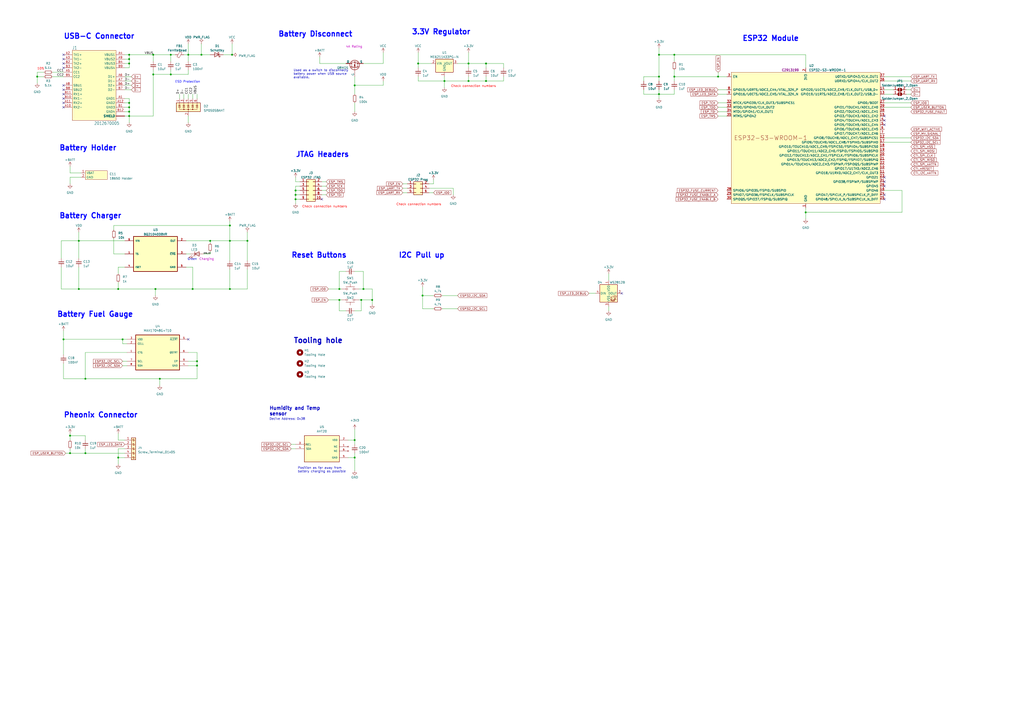
<source format=kicad_sch>
(kicad_sch (version 20230121) (generator eeschema)
  (paper "A2")
  (junction (at 114.3 209.55))
  (junction (at 21.59 44.45))
  (junction (at 88.9 43.18))
  (junction (at 36.83 196.85))
  (junction (at 209.55 173.99))
  (junction (at 281.94 36.83))
  (junction (at 281.94 46.99))
  (junction (at 111.76 167.64))
  (junction (at 68.58 167.64))
  (junction (at 205.74 265.43))
  (junction (at 416.56 44.45))
  (junction (at 49.53 262.89))
  (junction (at 74.93 34.29))
  (junction (at 116.84 31.75))
  (junction (at 40.64 252.73))
  (junction (at 391.16 44.45))
  (junction (at 133.35 139.7))
  (junction (at 134.62 31.75))
  (junction (at 133.35 130.81))
  (junction (at 271.78 36.83))
  (junction (at 49.53 219.71))
  (junction (at 171.45 113.03))
  (junction (at 40.64 262.89))
  (junction (at 196.85 167.64))
  (junction (at 99.06 31.75))
  (junction (at 171.45 110.49))
  (junction (at 114.3 212.09))
  (junction (at 382.27 44.45))
  (junction (at 245.11 171.45))
  (junction (at 68.58 265.43))
  (junction (at 196.85 173.99))
  (junction (at 467.36 123.19))
  (junction (at 257.81 46.99))
  (junction (at 74.93 62.23))
  (junction (at 382.27 31.75))
  (junction (at 205.74 49.53))
  (junction (at 271.78 46.99))
  (junction (at 133.35 167.64))
  (junction (at 74.93 31.75))
  (junction (at 71.12 196.85))
  (junction (at 391.16 31.75))
  (junction (at 74.93 59.69))
  (junction (at 74.93 64.77))
  (junction (at 382.27 54.61))
  (junction (at 74.93 36.83))
  (junction (at 121.92 139.7))
  (junction (at 88.9 31.75))
  (junction (at 45.72 139.7))
  (junction (at 74.93 67.31))
  (junction (at 143.51 139.7))
  (junction (at 205.74 255.27))
  (junction (at 210.82 167.64))
  (junction (at 215.9 173.99))
  (junction (at 171.45 115.57))
  (junction (at 99.06 43.18))
  (junction (at 242.57 36.83))
  (junction (at 90.17 167.64))
  (junction (at 92.71 219.71))
  (junction (at 109.22 31.75))
  (junction (at 45.72 167.64))
  (no_connect (at 36.83 34.29))
  (no_connect (at 36.83 39.37))
  (no_connect (at 513.08 113.03))
  (no_connect (at 36.83 52.07))
  (no_connect (at 36.83 36.83))
  (no_connect (at 36.83 57.15))
  (no_connect (at 186.69 115.57))
  (no_connect (at 513.08 69.85))
  (no_connect (at 36.83 59.69))
  (no_connect (at 513.08 72.39))
  (no_connect (at 36.83 54.61))
  (no_connect (at 513.08 105.41))
  (no_connect (at 513.08 115.57))
  (no_connect (at 36.83 31.75))
  (no_connect (at 513.08 67.31))
  (no_connect (at 360.68 170.18))
  (no_connect (at 36.83 62.23))
  (no_connect (at 36.83 49.53))
  (no_connect (at 513.08 102.87))
  (no_connect (at 109.22 196.85))
  (no_connect (at 513.08 107.95))
  (wire (pts (xy 190.5 167.64) (xy 196.85 167.64)))
  (wire (pts (xy 109.22 204.47) (xy 114.3 204.47)))
  (wire (pts (xy 49.53 252.73) (xy 40.64 252.73)))
  (wire (pts (xy 72.39 36.83) (xy 74.93 36.83)))
  (wire (pts (xy 523.24 123.19) (xy 467.36 123.19)))
  (wire (pts (xy 99.06 31.75) (xy 99.06 35.56)))
  (wire (pts (xy 68.58 158.75) (xy 68.58 154.94)))
  (wire (pts (xy 45.72 139.7) (xy 72.39 139.7)))
  (wire (pts (xy 171.45 105.41) (xy 173.99 105.41)))
  (wire (pts (xy 205.74 49.53) (xy 205.74 54.61)))
  (wire (pts (xy 35.56 167.64) (xy 45.72 167.64)))
  (wire (pts (xy 74.93 67.31) (xy 74.93 71.12)))
  (wire (pts (xy 205.74 262.89) (xy 205.74 265.43)))
  (wire (pts (xy 72.39 59.69) (xy 74.93 59.69)))
  (wire (pts (xy 107.95 139.7) (xy 121.92 139.7)))
  (wire (pts (xy 201.93 265.43) (xy 205.74 265.43)))
  (wire (pts (xy 513.08 59.69) (xy 528.32 59.69)))
  (wire (pts (xy 281.94 39.37) (xy 281.94 36.83)))
  (wire (pts (xy 209.55 180.34) (xy 209.55 173.99)))
  (wire (pts (xy 185.42 36.83) (xy 200.66 36.83)))
  (wire (pts (xy 245.11 179.07) (xy 245.11 171.45)))
  (wire (pts (xy 222.25 49.53) (xy 205.74 49.53)))
  (wire (pts (xy 196.85 180.34) (xy 196.85 173.99)))
  (wire (pts (xy 74.93 57.15) (xy 74.93 59.69)))
  (wire (pts (xy 222.25 36.83) (xy 222.25 30.48)))
  (wire (pts (xy 168.91 260.35) (xy 171.45 260.35)))
  (wire (pts (xy 513.08 82.55) (xy 528.32 82.55)))
  (wire (pts (xy 121.92 147.32) (xy 121.92 146.05)))
  (wire (pts (xy 208.28 173.99) (xy 209.55 173.99)))
  (wire (pts (xy 74.93 64.77) (xy 74.93 67.31)))
  (wire (pts (xy 133.35 128.27) (xy 133.35 130.81)))
  (wire (pts (xy 68.58 154.94) (xy 72.39 154.94)))
  (wire (pts (xy 49.53 262.89) (xy 72.39 262.89)))
  (wire (pts (xy 88.9 43.18) (xy 99.06 43.18)))
  (wire (pts (xy 353.06 158.75) (xy 353.06 162.56)))
  (wire (pts (xy 292.1 39.37) (xy 292.1 36.83)))
  (wire (pts (xy 30.48 41.91) (xy 36.83 41.91)))
  (wire (pts (xy 74.93 62.23) (xy 74.93 64.77)))
  (wire (pts (xy 68.58 265.43) (xy 68.58 269.24)))
  (wire (pts (xy 196.85 173.99) (xy 198.12 173.99)))
  (wire (pts (xy 49.53 255.27) (xy 49.53 252.73)))
  (wire (pts (xy 271.78 44.45) (xy 271.78 46.99)))
  (wire (pts (xy 109.22 212.09) (xy 114.3 212.09)))
  (wire (pts (xy 205.74 248.92) (xy 205.74 255.27)))
  (wire (pts (xy 72.39 260.35) (xy 68.58 260.35)))
  (wire (pts (xy 373.38 52.07) (xy 373.38 54.61)))
  (wire (pts (xy 391.16 35.56) (xy 391.16 31.75)))
  (wire (pts (xy 143.51 139.7) (xy 133.35 139.7)))
  (wire (pts (xy 72.39 39.37) (xy 74.93 39.37)))
  (wire (pts (xy 114.3 212.09) (xy 114.3 219.71)))
  (wire (pts (xy 467.36 123.19) (xy 467.36 127)))
  (wire (pts (xy 373.38 54.61) (xy 382.27 54.61)))
  (wire (pts (xy 114.3 219.71) (xy 92.71 219.71)))
  (wire (pts (xy 114.3 54.61) (xy 114.3 57.15)))
  (wire (pts (xy 143.51 167.64) (xy 133.35 167.64)))
  (wire (pts (xy 205.74 157.48) (xy 210.82 157.48)))
  (wire (pts (xy 262.89 113.03) (xy 262.89 109.22)))
  (wire (pts (xy 71.12 196.85) (xy 73.66 196.85)))
  (wire (pts (xy 72.39 67.31) (xy 74.93 67.31)))
  (wire (pts (xy 35.56 154.94) (xy 35.56 167.64)))
  (wire (pts (xy 271.78 36.83) (xy 271.78 39.37)))
  (wire (pts (xy 68.58 251.46) (xy 68.58 255.27)))
  (wire (pts (xy 66.04 147.32) (xy 72.39 147.32)))
  (wire (pts (xy 104.14 54.61) (xy 104.14 57.15)))
  (wire (pts (xy 49.53 219.71) (xy 92.71 219.71)))
  (wire (pts (xy 186.69 113.03) (xy 189.23 113.03)))
  (wire (pts (xy 245.11 166.37) (xy 245.11 171.45)))
  (wire (pts (xy 205.74 255.27) (xy 205.74 257.81)))
  (wire (pts (xy 36.83 196.85) (xy 36.83 191.77)))
  (wire (pts (xy 106.68 54.61) (xy 106.68 57.15)))
  (wire (pts (xy 72.39 31.75) (xy 74.93 31.75)))
  (wire (pts (xy 186.69 110.49) (xy 189.23 110.49)))
  (wire (pts (xy 391.16 54.61) (xy 382.27 54.61)))
  (wire (pts (xy 513.08 110.49) (xy 523.24 110.49)))
  (wire (pts (xy 116.84 25.4) (xy 116.84 31.75)))
  (wire (pts (xy 281.94 46.99) (xy 281.94 44.45)))
  (wire (pts (xy 200.66 157.48) (xy 196.85 157.48)))
  (wire (pts (xy 88.9 35.56) (xy 88.9 31.75)))
  (wire (pts (xy 416.56 54.61) (xy 421.64 54.61)))
  (wire (pts (xy 72.39 64.77) (xy 74.93 64.77)))
  (wire (pts (xy 72.39 46.99) (xy 76.2 46.99)))
  (wire (pts (xy 242.57 30.48) (xy 242.57 36.83)))
  (wire (pts (xy 116.84 31.75) (xy 121.92 31.75)))
  (wire (pts (xy 190.5 173.99) (xy 196.85 173.99)))
  (wire (pts (xy 99.06 40.64) (xy 99.06 43.18)))
  (wire (pts (xy 256.54 179.07) (xy 265.43 179.07)))
  (wire (pts (xy 257.81 46.99) (xy 257.81 50.8)))
  (wire (pts (xy 74.93 34.29) (xy 74.93 31.75)))
  (wire (pts (xy 292.1 46.99) (xy 292.1 44.45)))
  (wire (pts (xy 49.53 204.47) (xy 73.66 204.47)))
  (wire (pts (xy 467.36 31.75) (xy 391.16 31.75)))
  (wire (pts (xy 196.85 157.48) (xy 196.85 167.64)))
  (wire (pts (xy 71.12 199.39) (xy 71.12 196.85)))
  (wire (pts (xy 171.45 113.03) (xy 173.99 113.03)))
  (wire (pts (xy 171.45 105.41) (xy 171.45 102.87)))
  (wire (pts (xy 88.9 31.75) (xy 99.06 31.75)))
  (wire (pts (xy 242.57 46.99) (xy 257.81 46.99)))
  (wire (pts (xy 72.39 34.29) (xy 74.93 34.29)))
  (wire (pts (xy 21.59 44.45) (xy 25.4 44.45)))
  (wire (pts (xy 292.1 36.83) (xy 281.94 36.83)))
  (wire (pts (xy 40.64 262.89) (xy 49.53 262.89)))
  (wire (pts (xy 251.46 179.07) (xy 245.11 179.07)))
  (wire (pts (xy 30.48 44.45) (xy 36.83 44.45)))
  (wire (pts (xy 171.45 110.49) (xy 173.99 110.49)))
  (wire (pts (xy 121.92 140.97) (xy 121.92 139.7)))
  (wire (pts (xy 251.46 106.68) (xy 248.92 106.68)))
  (wire (pts (xy 205.74 44.45) (xy 205.74 49.53)))
  (wire (pts (xy 391.16 31.75) (xy 382.27 31.75)))
  (wire (pts (xy 513.08 54.61) (xy 518.16 54.61)))
  (wire (pts (xy 107.95 154.94) (xy 111.76 154.94)))
  (wire (pts (xy 281.94 46.99) (xy 292.1 46.99)))
  (wire (pts (xy 513.08 62.23) (xy 528.32 62.23)))
  (wire (pts (xy 200.66 180.34) (xy 196.85 180.34)))
  (wire (pts (xy 109.22 209.55) (xy 114.3 209.55)))
  (wire (pts (xy 271.78 30.48) (xy 271.78 36.83)))
  (wire (pts (xy 90.17 167.64) (xy 111.76 167.64)))
  (wire (pts (xy 382.27 31.75) (xy 382.27 44.45)))
  (wire (pts (xy 341.63 170.18) (xy 345.44 170.18)))
  (wire (pts (xy 133.35 130.81) (xy 133.35 139.7)))
  (wire (pts (xy 467.36 120.65) (xy 467.36 123.19)))
  (wire (pts (xy 391.16 46.99) (xy 391.16 44.45)))
  (wire (pts (xy 416.56 59.69) (xy 421.64 59.69)))
  (wire (pts (xy 99.06 31.75) (xy 101.6 31.75)))
  (wire (pts (xy 271.78 36.83) (xy 265.43 36.83)))
  (wire (pts (xy 222.25 46.99) (xy 222.25 49.53)))
  (wire (pts (xy 382.27 52.07) (xy 382.27 54.61)))
  (wire (pts (xy 523.24 110.49) (xy 523.24 123.19)))
  (wire (pts (xy 21.59 44.45) (xy 21.59 48.26)))
  (wire (pts (xy 416.56 44.45) (xy 421.64 44.45)))
  (wire (pts (xy 74.93 36.83) (xy 74.93 34.29)))
  (wire (pts (xy 40.64 260.35) (xy 40.64 262.89)))
  (wire (pts (xy 36.83 219.71) (xy 36.83 210.82)))
  (wire (pts (xy 373.38 44.45) (xy 373.38 46.99)))
  (wire (pts (xy 40.64 102.87) (xy 46.99 102.87)))
  (wire (pts (xy 271.78 46.99) (xy 281.94 46.99)))
  (wire (pts (xy 242.57 36.83) (xy 242.57 39.37)))
  (wire (pts (xy 513.08 52.07) (xy 518.16 52.07)))
  (wire (pts (xy 171.45 115.57) (xy 173.99 115.57)))
  (wire (pts (xy 525.78 54.61) (xy 528.32 54.61)))
  (wire (pts (xy 109.22 67.31) (xy 109.22 71.12)))
  (wire (pts (xy 109.22 54.61) (xy 109.22 57.15)))
  (wire (pts (xy 111.76 154.94) (xy 111.76 167.64)))
  (wire (pts (xy 210.82 36.83) (xy 222.25 36.83)))
  (wire (pts (xy 72.39 44.45) (xy 76.2 44.45)))
  (wire (pts (xy 133.35 167.64) (xy 111.76 167.64)))
  (wire (pts (xy 88.9 40.64) (xy 88.9 43.18)))
  (wire (pts (xy 71.12 212.09) (xy 73.66 212.09)))
  (wire (pts (xy 68.58 260.35) (xy 68.58 265.43)))
  (wire (pts (xy 382.27 31.75) (xy 382.27 27.94)))
  (wire (pts (xy 72.39 49.53) (xy 76.2 49.53)))
  (wire (pts (xy 186.69 105.41) (xy 189.23 105.41)))
  (wire (pts (xy 242.57 36.83) (xy 250.19 36.83)))
  (wire (pts (xy 35.56 139.7) (xy 45.72 139.7)))
  (wire (pts (xy 168.91 257.81) (xy 171.45 257.81)))
  (wire (pts (xy 513.08 46.99) (xy 528.32 46.99)))
  (wire (pts (xy 68.58 163.83) (xy 68.58 167.64)))
  (wire (pts (xy 233.68 111.76) (xy 236.22 111.76)))
  (wire (pts (xy 66.04 147.32) (xy 66.04 138.43)))
  (wire (pts (xy 467.36 31.75) (xy 467.36 39.37)))
  (wire (pts (xy 40.64 96.52) (xy 40.64 100.33)))
  (wire (pts (xy 215.9 173.99) (xy 215.9 176.53)))
  (wire (pts (xy 129.54 31.75) (xy 134.62 31.75)))
  (wire (pts (xy 36.83 196.85) (xy 71.12 196.85)))
  (wire (pts (xy 121.92 139.7) (xy 133.35 139.7)))
  (wire (pts (xy 196.85 167.64) (xy 198.12 167.64)))
  (wire (pts (xy 72.39 57.15) (xy 74.93 57.15)))
  (wire (pts (xy 382.27 54.61) (xy 382.27 57.15)))
  (wire (pts (xy 38.1 262.89) (xy 40.64 262.89)))
  (wire (pts (xy 233.68 109.22) (xy 236.22 109.22)))
  (wire (pts (xy 21.59 41.91) (xy 21.59 44.45)))
  (wire (pts (xy 171.45 115.57) (xy 171.45 113.03)))
  (wire (pts (xy 74.93 67.31) (xy 88.9 67.31)))
  (wire (pts (xy 106.68 31.75) (xy 109.22 31.75)))
  (wire (pts (xy 109.22 31.75) (xy 116.84 31.75)))
  (wire (pts (xy 205.74 59.69) (xy 205.74 64.77)))
  (wire (pts (xy 49.53 260.35) (xy 49.53 262.89)))
  (wire (pts (xy 233.68 106.68) (xy 236.22 106.68)))
  (wire (pts (xy 185.42 33.02) (xy 185.42 36.83)))
  (wire (pts (xy 68.58 255.27) (xy 72.39 255.27)))
  (wire (pts (xy 72.39 62.23) (xy 74.93 62.23)))
  (wire (pts (xy 416.56 62.23) (xy 421.64 62.23)))
  (wire (pts (xy 40.64 251.46) (xy 40.64 252.73)))
  (wire (pts (xy 251.46 104.14) (xy 251.46 106.68)))
  (wire (pts (xy 74.93 39.37) (xy 74.93 36.83)))
  (wire (pts (xy 513.08 80.01) (xy 528.32 80.01)))
  (wire (pts (xy 35.56 149.86) (xy 35.56 139.7)))
  (wire (pts (xy 173.99 107.95) (xy 171.45 107.95)))
  (wire (pts (xy 143.51 134.62) (xy 143.51 139.7)))
  (wire (pts (xy 143.51 151.13) (xy 143.51 139.7)))
  (wire (pts (xy 133.35 139.7) (xy 133.35 151.13)))
  (wire (pts (xy 92.71 223.52) (xy 92.71 219.71)))
  (wire (pts (xy 201.93 255.27) (xy 205.74 255.27)))
  (wire (pts (xy 242.57 46.99) (xy 242.57 44.45)))
  (wire (pts (xy 171.45 107.95) (xy 171.45 110.49)))
  (wire (pts (xy 90.17 167.64) (xy 90.17 171.45)))
  (wire (pts (xy 74.93 59.69) (xy 74.93 62.23)))
  (wire (pts (xy 45.72 167.64) (xy 68.58 167.64)))
  (wire (pts (xy 109.22 31.75) (xy 109.22 25.4)))
  (wire (pts (xy 99.06 43.18) (xy 109.22 43.18)))
  (wire (pts (xy 25.4 41.91) (xy 21.59 41.91)))
  (wire (pts (xy 245.11 171.45) (xy 251.46 171.45)))
  (wire (pts (xy 416.56 64.77) (xy 421.64 64.77)))
  (wire (pts (xy 391.16 44.45) (xy 416.56 44.45)))
  (wire (pts (xy 109.22 31.75) (xy 109.22 35.56)))
  (wire (pts (xy 205.74 265.43) (xy 205.74 273.05)))
  (wire (pts (xy 281.94 36.83) (xy 271.78 36.83)))
  (wire (pts (xy 36.83 196.85) (xy 36.83 205.74)))
  (wire (pts (xy 215.9 167.64) (xy 215.9 173.99)))
  (wire (pts (xy 72.39 265.43) (xy 68.58 265.43)))
  (wire (pts (xy 68.58 167.64) (xy 90.17 167.64)))
  (wire (pts (xy 66.04 130.81) (xy 133.35 130.81)))
  (wire (pts (xy 210.82 157.48) (xy 210.82 167.64)))
  (wire (pts (xy 111.76 54.61) (xy 111.76 57.15)))
  (wire (pts (xy 73.66 199.39) (xy 71.12 199.39)))
  (wire (pts (xy 118.11 147.32) (xy 121.92 147.32)))
  (wire (pts (xy 171.45 113.03) (xy 171.45 110.49)))
  (wire (pts (xy 74.93 31.75) (xy 88.9 31.75)))
  (wire (pts (xy 391.16 40.64) (xy 391.16 44.45)))
  (wire (pts (xy 353.06 177.8) (xy 353.06 180.34)))
  (wire (pts (xy 36.83 219.71) (xy 49.53 219.71)))
  (wire (pts (xy 373.38 44.45) (xy 382.27 44.45)))
  (wire (pts (xy 40.64 106.68) (xy 40.64 102.87)))
  (wire (pts (xy 71.12 209.55) (xy 73.66 209.55)))
  (wire (pts (xy 208.28 167.64) (xy 210.82 167.64)))
  (wire (pts (xy 72.39 52.07) (xy 76.2 52.07)))
  (wire (pts (xy 513.08 44.45) (xy 528.32 44.45)))
  (wire (pts (xy 107.95 147.32) (xy 110.49 147.32)))
  (wire (pts (xy 40.64 100.33) (xy 46.99 100.33)))
  (wire (pts (xy 391.16 52.07) (xy 391.16 54.61)))
  (wire (pts (xy 171.45 118.11) (xy 171.45 115.57)))
  (wire (pts (xy 525.78 52.07) (xy 528.32 52.07)))
  (wire (pts (xy 416.56 67.31) (xy 421.64 67.31)))
  (wire (pts (xy 134.62 31.75) (xy 134.62 25.4)))
  (wire (pts (xy 382.27 44.45) (xy 382.27 46.99)))
  (wire (pts (xy 133.35 156.21) (xy 133.35 167.64)))
  (wire (pts (xy 114.3 204.47) (xy 114.3 209.55)))
  (wire (pts (xy 45.72 154.94) (xy 45.72 167.64)))
  (wire (pts (xy 262.89 109.22) (xy 248.92 109.22)))
  (wire (pts (xy 109.22 43.18) (xy 109.22 40.64)))
  (wire (pts (xy 416.56 52.07) (xy 421.64 52.07)))
  (wire (pts (xy 40.64 252.73) (xy 40.64 255.27)))
  (wire (pts (xy 205.74 180.34) (xy 209.55 180.34)))
  (wire (pts (xy 45.72 134.62) (xy 45.72 139.7)))
  (wire (pts (xy 66.04 133.35) (xy 66.04 130.81)))
  (wire (pts (xy 186.69 107.95) (xy 189.23 107.95)))
  (wire (pts (xy 143.51 156.21) (xy 143.51 167.64)))
  (wire (pts (xy 257.81 44.45) (xy 257.81 46.99)))
  (wire (pts (xy 88.9 67.31) (xy 88.9 43.18)))
  (wire (pts (xy 114.3 209.55) (xy 114.3 212.09)))
  (wire (pts (xy 49.53 204.47) (xy 49.53 219.71)))
  (wire (pts (xy 45.72 139.7) (xy 45.72 149.86)))
  (wire (pts (xy 210.82 167.64) (xy 215.9 167.64)))
  (wire (pts (xy 209.55 173.99) (xy 215.9 173.99)))
  (wire (pts (xy 256.54 171.45) (xy 265.43 171.45)))
  (wire (pts (xy 416.56 41.91) (xy 416.56 44.45)))
  (wire (pts (xy 248.92 111.76) (xy 251.46 111.76)))
  (wire (pts (xy 271.78 46.99) (xy 257.81 46.99)))
  (text "Used as a switch to disconnecty\nbattery power when USB source\navailable." (at 170.18 45.72 0) (effects (font (size 1.27 1.27)) (justify left bottom)))
  (text "Battery Holder" (at 34.29 87.63 0) (effects (font (size 3 3) bold) (justify left bottom)))
  (text "Position as far away from \nbattery charging as possible" (at 172.72 274.32 0) (effects (font (size 1.27 1.27)) (justify left bottom)))
  (text "Green" (at 114.3 151.13 0) (effects (font (size 1.27 1.27)) (justify right bottom)))
  (text "USB-C Connector" (at 36.83 22.86 0) (effects (font (size 3 3) bold) (justify left bottom)))
  (text "JTAG Headers" (at 171.45 91.44 0) (effects (font (size 3 3) bold) (justify left bottom)))
  (text "Charging\n" (at 115.57 151.13 0) (effects (font (size 1.27 1.27)) (justify left bottom)))
  (text "I2C Pull up" (at 231.14 149.86 0) (effects (font (size 3 3) bold) (justify left bottom)))
  (text "Reset Buttons" (at 168.91 149.86 0) (effects (font (size 3 3) bold) (justify left bottom)))
  (text "Battery Fuel Gauge" (at 33.02 184.15 0) (effects (font (size 3 3) (thickness 0.6) bold) (justify left bottom)))
  (text "Tooling hole" (at 170.18 199.39 0) (effects (font (size 3 3) (thickness 0.6) bold) (justify left bottom)))
  (text "Battery Disconnect" (at 161.29 21.59 0) (effects (font (size 3 3) bold) (justify left bottom)))
  (text "4A Rating" (at 200.66 27.94 0) (effects (font (size 1.27 1.27)) (justify left bottom)))
  (text "Decive Address: 0x38" (at 156.21 243.84 0) (effects (font (size 1.27 1.27)) (justify left bottom)))
  (text "Pheonix Connector" (at 36.83 242.57 0) (effects (font (size 3 3) bold) (justify left bottom)))
  (text "ESD Protection" (at 101.6 48.26 0) (effects (font (size 1.27 1.27)) (justify left bottom)))
  (text "Check connection numbers" (at 229.87 119.38 0) (effects (font (size 1.27 1.27)) (justify left bottom)))
  (text "Battery Charger" (at 34.29 127 0) (effects (font (size 3 3) bold) (justify left bottom)))
  (text "Humidity and Temp\nsensor" (at 156.21 241.3 0) (effects (font (size 2 2) (thickness 0.4) bold) (justify left bottom)))
  (text "Check connection numbers" (at 175.26 120.65 0) (effects (font (size 1.27 1.27)) (justify left bottom)))
  (text "ESP32 Module" (at 430.53 24.13 0) (effects (font (size 3 3) (thickness 0.6) bold) (justify left bottom)))
  (text "10%" (at 21.59 40.64 0) (effects (font (size 1.27 1.27)) (justify left bottom)))
  (text "Check connection numbers" (at 261.62 50.8 0) (effects (font (size 1.27 1.27)) (justify left bottom)))
  (text "3.3V Regulator" (at 238.76 20.32 0) (effects (font (size 3 3) bold) (justify left bottom)))
  (label "CHG_LED" (at 118.11 147.32 0) (effects (font (size 0.6 0.6))))
  (label "VBUS" (at 114.3 54.61 90))
  (label "CC2" (at 111.76 54.61 90))
  (label "VBUS" (at 83.82 31.75 0))
  (label "CC1" (at 33.02 41.91 0))
  (label "D-" (at 72.39 46.99 0))
  (label "D+" (at 72.39 49.53 0))
  (label "D+" (at 72.39 44.45 0))
  (label "D-" (at 106.68 54.61 90))
  (label "CC2" (at 33.02 44.45 0))
  (label "CC1" (at 109.22 54.61 90))
  (label "D+" (at 104.14 54.61 90))
  (label "D-" (at 72.39 52.07 0))
  (global_label "ESP_LED_DATA" (shape input) (at 416.56 54.61 180) (property "Intersheetrefs" "${INTERSHEET_REFS}" (effects hide)))
  (global_label "ESP32_I2C_SDA" (shape input) (at 168.91 260.35 180) (property "Intersheetrefs" "${INTERSHEET_REFS}" (effects hide)))
  (global_label "D-" (shape input) (at 76.2 46.99 0) (property "Intersheetrefs" "${INTERSHEET_REFS}" (effects hide)))
  (global_label "CTI_SPI_MISO" (shape input) (at 528.32 92.71 0) (property "Intersheetrefs" "${INTERSHEET_REFS}" (effects hide)))
  (global_label "ESP32_FUSE_ENABLE_B" (shape input) (at 416.56 115.57 180) (property "Intersheetrefs" "${INTERSHEET_REFS}" (effects hide)))
  (global_label "ESP_USER_BUTTON" (shape input) (at 528.32 62.23 0) (property "Intersheetrefs" "${INTERSHEET_REFS}" (effects hide)))
  (global_label "ESP_TCK" (shape input) (at 189.23 107.95 0) (property "Intersheetrefs" "${INTERSHEET_REFS}" (effects hide)))
  (global_label "ESP_LED_DEBUG" (shape input) (at 416.56 52.07 180) (property "Intersheetrefs" "${INTERSHEET_REFS}" (effects hide)))
  (global_label "ESP_UART_RX" (shape input) (at 233.68 111.76 180) (property "Intersheetrefs" "${INTERSHEET_REFS}" (effects hide)))
  (global_label "D+" (shape input) (at 76.2 49.53 0) (property "Intersheetrefs" "${INTERSHEET_REFS}" (effects hide)))
  (global_label "ESP_WIFI_ACTIVE" (shape input) (at 528.32 74.93 0) (property "Intersheetrefs" "${INTERSHEET_REFS}" (effects hide)))
  (global_label "CTI_SPI_MOSI" (shape input) (at 528.32 87.63 0) (property "Intersheetrefs" "${INTERSHEET_REFS}" (effects hide)))
  (global_label "ESP_IO0" (shape input) (at 251.46 111.76 0) (property "Intersheetrefs" "${INTERSHEET_REFS}" (effects hide)))
  (global_label "D+" (shape input) (at 76.2 44.45 0) (property "Intersheetrefs" "${INTERSHEET_REFS}" (effects hide)))
  (global_label "ESP32_I2C_SDA" (shape input) (at 265.43 171.45 0) (property "Intersheetrefs" "${INTERSHEET_REFS}" (effects hide)))
  (global_label "ESP_UART_TX" (shape input) (at 528.32 44.45 0) (property "Intersheetrefs" "${INTERSHEET_REFS}" (effects hide)))
  (global_label "ESP_IO0" (shape input) (at 190.5 167.64 180) (property "Intersheetrefs" "${INTERSHEET_REFS}" (effects hide)))
  (global_label "CTI_SPI_CLK" (shape input) (at 528.32 90.17 0) (property "Intersheetrefs" "${INTERSHEET_REFS}" (effects hide)))
  (global_label "ESP_LED_DEBUG" (shape input) (at 341.63 170.18 180) (property "Intersheetrefs" "${INTERSHEET_REFS}" (effects hide)))
  (global_label "ESP_TDO" (shape input) (at 189.23 110.49 0) (property "Intersheetrefs" "${INTERSHEET_REFS}" (effects hide)))
  (global_label "ESP_LED_DATA" (shape input) (at 72.39 257.81 180) (property "Intersheetrefs" "${INTERSHEET_REFS}" (effects hide)))
  (global_label "ESP32_I2C_SCL" (shape input) (at 71.12 209.55 180) (property "Intersheetrefs" "${INTERSHEET_REFS}" (effects hide)))
  (global_label "ESP_EN" (shape input) (at 233.68 106.68 180) (property "Intersheetrefs" "${INTERSHEET_REFS}" (effects hide)))
  (global_label "ESP_TDI" (shape input) (at 189.23 113.03 0) (property "Intersheetrefs" "${INTERSHEET_REFS}" (effects hide)))
  (global_label "ESP32_I2C_SCL" (shape input) (at 265.43 179.07 0) (property "Intersheetrefs" "${INTERSHEET_REFS}" (effects hide)))
  (global_label "CTI_SPI_nATTN" (shape input) (at 528.32 95.25 0) (property "Intersheetrefs" "${INTERSHEET_REFS}" (effects hide)))
  (global_label "D-" (shape input) (at 76.2 52.07 0) (property "Intersheetrefs" "${INTERSHEET_REFS}" (effects hide)))
  (global_label "ESP32_I2C_SDA" (shape input) (at 71.12 212.09 180) (property "Intersheetrefs" "${INTERSHEET_REFS}" (effects hide)))
  (global_label "ESP32_FUSE_ENABLE_A" (shape input) (at 416.56 113.03 180) (property "Intersheetrefs" "${INTERSHEET_REFS}" (effects hide)))
  (global_label "ESP_IO0" (shape input) (at 528.32 59.69 0) (property "Intersheetrefs" "${INTERSHEET_REFS}" (effects hide)))
  (global_label "ESP32_FUSE_FAULT" (shape input) (at 528.32 64.77 0) (property "Intersheetrefs" "${INTERSHEET_REFS}" (effects hide)))
  (global_label "ESP_TMS" (shape input) (at 416.56 67.31 180) (property "Intersheetrefs" "${INTERSHEET_REFS}" (effects hide)))
  (global_label "CTI_SPI_nSS" (shape input) (at 528.32 85.09 0) (property "Intersheetrefs" "${INTERSHEET_REFS}" (effects hide)))
  (global_label "ESP_TDI" (shape input) (at 416.56 64.77 180) (property "Intersheetrefs" "${INTERSHEET_REFS}" (effects hide)))
  (global_label "ESP32_I2C_SCL" (shape input) (at 528.32 82.55 0) (property "Intersheetrefs" "${INTERSHEET_REFS}" (effects hide)))
  (global_label "D+" (shape input) (at 528.32 52.07 0) (property "Intersheetrefs" "${INTERSHEET_REFS}" (effects hide)))
  (global_label "ESP32_FUSE_CURRENT" (shape input) (at 416.56 110.49 180) (property "Intersheetrefs" "${INTERSHEET_REFS}" (effects hide)))
  (global_label "ESP32_I2C_SDA" (shape input) (at 528.32 80.01 0) (property "Intersheetrefs" "${INTERSHEET_REFS}" (effects hide)))
  (global_label "ESP_TMS" (shape input) (at 189.23 105.41 0) (property "Intersheetrefs" "${INTERSHEET_REFS}" (effects hide)))
  (global_label "ESP_UART_TX" (shape input) (at 233.68 109.22 180) (property "Intersheetrefs" "${INTERSHEET_REFS}" (effects hide)))
  (global_label "ESP_TDO" (shape input) (at 416.56 62.23 180) (property "Intersheetrefs" "${INTERSHEET_REFS}" (effects hide)))
  (global_label "ESP_EN" (shape input) (at 416.56 41.91 90) (property "Intersheetrefs" "${INTERSHEET_REFS}" (effects hide)))
  (global_label "ESP32_I2C_SCL" (shape input) (at 168.91 257.81 180) (property "Intersheetrefs" "${INTERSHEET_REFS}" (effects hide)))
  (global_label "D-" (shape input) (at 528.32 54.61 0) (property "Intersheetrefs" "${INTERSHEET_REFS}" (effects hide)))
  (global_label "ESP_MV_SIGNAL" (shape input) (at 528.32 77.47 0) (property "Intersheetrefs" "${INTERSHEET_REFS}" (effects hide)))
  (global_label "CTI_I2C_nATTN" (shape input) (at 528.32 100.33 0) (property "Intersheetrefs" "${INTERSHEET_REFS}" (effects hide)))
  (global_label "ESP_USER_BUTTON" (shape input) (at 38.1 262.89 180) (property "Intersheetrefs" "${INTERSHEET_REFS}" (effects hide)))
  (global_label "ESP_TCK" (shape input) (at 416.56 59.69 180) (property "Intersheetrefs" "${INTERSHEET_REFS}" (effects hide)))
  (global_label "ESP_EN" (shape input) (at 190.5 173.99 180) (property "Intersheetrefs" "${INTERSHEET_REFS}" (effects hide)))
  (global_label "CTI_nRESET" (shape input) (at 528.32 97.79 0) (property "Intersheetrefs" "${INTERSHEET_REFS}" (effects hide)))
  (global_label "ESP_UART_RX" (shape input) (at 528.32 46.99 0) (property "Intersheetrefs" "${INTERSHEET_REFS}" (effects hide)))
  (symbol (lib_id "power:+BATT") (at 68.58 251.46 0) (unit 1)
    (property "Reference" "#PWR033" (effects hide))
    (property "Value" "+BATT" (at 68.58 247.65 0))
  )
  (symbol (lib_id "power:VCC") (at 134.62 25.4 0) (unit 1)
    (property "Reference" "#PWR02" (effects hide))
    (property "Value" "VCC" (at 134.62 21.59 0))
  )
  (symbol (lib_id "Connector_Generic:Conn_02x03_Odd_Even") (at 241.3 109.22 0) (unit 1) (in_bom no)
    (property "Reference" "J2" (at 242.57 101.6 0))
    (property "Value" "ESP32 Prog" (at 242.57 104.14 0))
    (property "Footprint" "Connector:Tag-Connect_TC2030-IDC-NL_2x03_P1.27mm_Vertical" (effects hide))
  )
  (symbol (lib_id "Device:D_Schottky") (at 125.73 31.75 180) (unit 1)
    (property "Reference" "D1" (at 126.0475 26.67 0))
    (property "Value" "Schottky" (at 126.0475 29.21 0))
    (property "Footprint" "Diode_SMD:D_SMA" (effects hide))
    (property "LCSC" "C22452" (effects hide))
  )
  (symbol (lib_id "power:GND") (at 21.59 48.26 0) (unit 1)
    (property "Reference" "#PWR09" (effects hide))
    (property "Value" "GND" (at 21.59 53.34 0))
  )
  (symbol (lib_id "power:GND") (at 90.17 171.45 0) (unit 1)
    (property "Reference" "#PWR026" (effects hide))
    (property "Value" "GND" (at 90.17 176.53 0))
  )
  (symbol (lib_id "Device:C_Small") (at 203.2 180.34 270) (unit 1)
    (property "Reference" "C17" (at 203.2 185.42 90))
    (property "Value" "1uF" (at 203.2 182.88 90))
    (property "Footprint" "Capacitor_SMD:C_0402_1005Metric" (effects hide))
    (property "LCSC" "C52923" (effects hide))
  )
  (symbol (lib_id "power:VDD") (at 222.25 46.99 0) (unit 1)
    (property "Reference" "#PWR08" (effects hide))
    (property "Value" "VDD" (at 222.25 43.18 0))
  )
  (symbol (lib_id "Device:C_Small") (at 205.74 260.35 0) (unit 1)
    (property "Reference" "C20" (at 208.28 259.7213 0) (effects (justify left)))
    (property "Value" "100nF" (at 208.28 262.2613 0) (effects (justify left)))
    (property "Footprint" "Capacitor_SMD:C_0402_1005Metric" (effects hide))
    (property "LCSC" "C1525" (effects hide))
  )
  (symbol (lib_id "Jumper:SolderJumper_2_Open") (at 521.97 52.07 0) (unit 1)
    (property "Reference" "JP1" (at 521.97 46.99 0))
    (property "Value" "SolderJumper_2_Open" (at 521.97 49.53 0))
    (property "Footprint" "Jumper:SolderJumper-2_P1.3mm_Open_Pad1.0x1.5mm" (effects hide))
  )
  (symbol (lib_id "Device:C_Small") (at 49.53 257.81 180) (unit 1)
    (property "Reference" "C19" (at 52.07 257.1686 0) (effects (justify right)))
    (property "Value" "1uF" (at 52.07 259.7086 0) (effects (justify right)))
    (property "Footprint" "Capacitor_SMD:C_0402_1005Metric" (effects hide))
    (property "LCSC" "C52923" (effects hide))
  )
  (symbol (lib_id "power:+3.3V") (at 382.27 27.94 0) (unit 1)
    (property "Reference" "#PWR03" (effects hide))
    (property "Value" "+3.3V" (at 382.27 24.13 0))
  )
  (symbol (lib_id "Device:C_Small") (at 382.27 49.53 180) (unit 1)
    (property "Reference" "C9" (at 384.81 48.8886 0) (effects (justify right)))
    (property "Value" "1uF" (at 384.81 51.4286 0) (effects (justify right)))
    (property "Footprint" "Capacitor_SMD:C_0402_1005Metric" (effects hide))
    (property "LCSC" "C52923" (effects hide))
  )
  (symbol (lib_id "Device:C_Small") (at 373.38 49.53 0) (unit 1)
    (property "Reference" "C8" (at 375.92 48.9013 0) (effects (justify left)))
    (property "Value" "10uF" (at 375.92 51.4413 0) (effects (justify left)))
    (property "Footprint" "Capacitor_SMD:C_0603_1608Metric" (effects hide))
    (property "LCSC" "C19702" (effects hide))
  )
  (symbol (lib_id "power:VDD") (at 109.22 25.4 0) (unit 1)
    (property "Reference" "#PWR01" (effects hide))
    (property "Value" "VDD" (at 109.22 21.59 0))
  )
  (symbol (lib_id "Device:C_Small") (at 271.78 41.91 180) (unit 1)
    (property "Reference" "C5" (at 274.32 41.2686 0) (effects (justify right)))
    (property "Value" "1uF" (at 274.32 43.8086 0) (effects (justify right)))
    (property "Footprint" "Capacitor_SMD:C_0402_1005Metric" (effects hide))
    (property "LCSC" "C52923" (effects hide))
  )
  (symbol (lib_id "Device:R_Small") (at 27.94 41.91 270) (unit 1)
    (property "Reference" "R2" (at 27.94 36.83 90))
    (property "Value" "5.1k" (at 27.94 39.37 90))
    (property "Footprint" "Resistor_SMD:R_0603_1608Metric" (effects hide))
    (property "LCSC" "C23186" (effects hide))
  )
  (symbol (lib_id "power:+3.3V") (at 271.78 30.48 0) (unit 1)
    (property "Reference" "#PWR06" (effects hide))
    (property "Value" "+3.3V" (at 271.78 26.67 0))
  )
  (symbol (lib_id "power:VDD") (at 45.72 134.62 0) (unit 1)
    (property "Reference" "#PWR023" (effects hide))
    (property "Value" "VDD" (at 45.72 130.81 0))
  )
  (symbol (lib_id "Device:C_Small") (at 292.1 41.91 0) (unit 1)
    (property "Reference" "C7" (at 294.64 41.2813 0) (effects (justify left)))
    (property "Value" "10uF" (at 294.64 43.8213 0) (effects (justify left)))
    (property "Footprint" "Capacitor_SMD:C_0603_1608Metric" (effects hide))
    (property "LCSC" "C19702" (effects hide))
  )
  (symbol (lib_id "Device:C_Small") (at 35.56 152.4 0) (unit 1)
    (property "Reference" "C12" (at 38.1 151.7713 0) (effects (justify left)))
    (property "Value" "10uF" (at 38.1 154.3113 0) (effects (justify left)))
    (property "Footprint" "Capacitor_SMD:C_0603_1608Metric" (effects hide))
    (property "LCSC" "C19702" (effects hide))
  )
  (symbol (lib_id "Device:R_Small") (at 27.94 44.45 270) (unit 1)
    (property "Reference" "R3" (at 27.94 46.99 90))
    (property "Value" "5.1k" (at 27.94 49.53 90))
    (property "Footprint" "Resistor_SMD:R_0603_1608Metric" (effects hide))
    (property "LCSC" "C23186" (effects hide))
  )
  (symbol (lib_id "Mechanical:MountingHole") (at 173.99 204.47 0) (unit 1)
    (property "Reference" "H1" (at 176.53 203.1999 0) (effects (justify left)))
    (property "Value" "Tooling Hole" (at 176.53 205.7399 0) (effects (justify left)))
    (property "Footprint" "AHT20:MountingHole_1.152mm" (effects hide))
  )
  (symbol (lib_id "Device:LED") (at 114.3 147.32 0) (unit 1)
    (property "Reference" "D3" (at 112.7125 142.24 0))
    (property "Value" "LED" (at 112.7125 144.78 0))
    (property "Footprint" "LED_SMD:LED_0603_1608Metric" (effects hide))
    (property "LCSC" "C72043" (effects hide))
  )
  (symbol (lib_id "power:GND") (at 353.06 180.34 0) (unit 1)
    (property "Reference" "#PWR028" (effects hide))
    (property "Value" "GND" (at 353.06 185.42 0))
  )
  (symbol (lib_id "power:PWR_FLAG") (at 116.84 25.4 0) (unit 1)
    (property "Reference" "#FLG01" (effects hide))
    (property "Value" "PWR_FLAG" (at 116.84 21.59 0))
  )
  (symbol (lib_id "power:GND") (at 257.81 50.8 0) (unit 1)
    (property "Reference" "#PWR010" (effects hide))
    (property "Value" "GND" (at 257.81 55.88 0))
  )
  (symbol (lib_id "Device:R_Small") (at 40.64 257.81 180) (unit 1)
    (property "Reference" "R10" (at 43.18 257.175 0) (effects (justify right)))
    (property "Value" "10k" (at 43.18 259.715 0) (effects (justify right)))
    (property "Footprint" "Resistor_SMD:R_0402_1005Metric" (effects hide))
    (property "LCSC" "C25744" (effects hide))
  )
  (symbol (lib_id "Device:C_Small") (at 203.2 157.48 90) (unit 1)
    (property "Reference" "C16" (at 203.2063 152.4 90))
    (property "Value" "1uF" (at 203.2063 154.94 90))
    (property "Footprint" "Capacitor_SMD:C_0402_1005Metric" (effects hide))
    (property "LCSC" "C52923" (effects hide))
  )
  (symbol (lib_id "power:VCC") (at 242.57 30.48 0) (unit 1)
    (property "Reference" "#PWR05" (effects hide))
    (property "Value" "VCC" (at 242.57 26.67 0))
  )
  (symbol (lib_id "Device:R_Small") (at 254 179.07 270) (unit 1)
    (property "Reference" "R9" (at 254 173.99 90))
    (property "Value" "4.7k" (at 254 176.53 90))
    (property "Footprint" "Resistor_SMD:R_0402_1005Metric" (effects hide))
    (property "LCSC" "C25900" (effects hide))
  )
  (symbol (lib_id "power:+3.3V") (at 40.64 251.46 0) (unit 1)
    (property "Reference" "#PWR032" (effects hide))
    (property "Value" "+3.3V" (at 40.64 247.65 0))
  )
  (symbol (lib_id "power:PWR_FLAG") (at 134.62 31.75 270) (unit 1)
    (property "Reference" "#FLG02" (effects hide))
    (property "Value" "PWR_FLAG" (at 138.43 32.385 90) (effects (justify left)))
  )
  (symbol (lib_id "Device:R_Small") (at 254 171.45 270) (unit 1)
    (property "Reference" "R8" (at 254 166.37 90))
    (property "Value" "4.7k" (at 254 168.91 90))
    (property "Footprint" "Resistor_SMD:R_0402_1005Metric" (effects hide))
    (property "LCSC" "C25900" (effects hide))
  )
  (symbol (lib_id "power:GND") (at 262.89 113.03 0) (unit 1)
    (property "Reference" "#PWR019" (effects hide))
    (property "Value" "GND" (at 262.89 118.11 0))
  )
  (symbol (lib_id "Simulation_SPICE:PMOS") (at 205.74 39.37 90) (unit 1)
    (property "Reference" "Q1" (at 196.85 39.37 90))
    (property "Value" "PMOS" (at 199.39 39.37 90))
    (property "Footprint" "Package_SO:SSOP-8_3.9x5.05mm_P1.27mm" (effects hide))
    (property "Datasheet" "https://ngspice.sourceforge.io/docs/ngspice-manual.pdf" (effects hide))
    (property "Sim.Device" "PMOS" (effects hide))
    (property "Sim.Type" "VDMOS" (effects hide))
    (property "Sim.Pins" "1=D 2=G 3=S" (effects hide))
    (property "LCSC" "C235530" (effects hide))
  )
  (symbol (lib_id "Device:C_Small") (at 391.16 49.53 180) (unit 1)
    (property "Reference" "C10" (at 393.7 48.8886 0) (effects (justify right)))
    (property "Value" "1uF" (at 393.7 51.4286 0) (effects (justify right)))
    (property "Footprint" "Capacitor_SMD:C_0402_1005Metric" (effects hide))
    (property "LCSC" "C52923" (effects hide))
  )
  (symbol (lib_id "ESP32_Dev_Board-eagle-import:2012670005") (at 54.61 49.53 0) (unit 1)
    (property "Reference" "J1" (at 41.8891 28.6705 0) (effects (font (size 1.7809 1.5137)) (justify left bottom)))
    (property "Value" "2012670005" (at 54.5837 72.4374 0) (effects (font (size 1.7816 1.5143)) (justify left bottom)))
    (property "Footprint" "Molex:MOLEX_2012670005" (effects hide))
    (property "LCSC" "C565324" (effects hide))
  )
  (symbol (lib_id "power:GND") (at 467.36 127 0) (unit 1)
    (property "Reference" "#PWR021" (effects hide))
    (property "Value" "GND" (at 467.36 132.08 0))
  )
  (symbol (lib_id "power:PWR_FLAG") (at 143.51 134.62 0) (unit 1)
    (property "Reference" "#FLG03" (effects hide))
    (property "Value" "PWR_FLAG" (at 143.51 130.81 0))
  )
  (symbol (lib_id "Switch:SW_Push") (at 203.2 167.64 0) (unit 1)
    (property "Reference" "SW1" (at 203.2 161.29 0))
    (property "Value" "SW_Push" (at 203.2 163.83 0))
    (property "Footprint" "Button_Switch_SMD:SW_Push_1P1T_NO_CK_KSC6xxJ" (effects hide))
    (property "LCSC" "C318884" (effects hide))
  )
  (symbol (lib_id "power:+3.3V") (at 171.45 102.87 0) (unit 1)
    (property "Reference" "#PWR016" (effects hide))
    (property "Value" "+3.3V" (at 171.45 99.06 0))
  )
  (symbol (lib_id "Power_Protection:SP0505BAHT") (at 109.22 62.23 0) (unit 1)
    (property "Reference" "D2" (at 118.11 61.595 0) (effects (justify left)))
    (property "Value" "SP0505BAHT" (at 118.11 64.135 0) (effects (justify left)))
    (property "Footprint" "Package_TO_SOT_SMD:SOT-23-6" (effects hide))
    (property "Datasheet" "http://www.littelfuse.com/~/media/files/littelfuse/technical%20resources/documents/data%20sheets/sp05xxba.pdf" (effects hide))
    (property "LCSC" "C2987147" (effects hide))
  )
  (symbol (lib_id "Device:C_Small") (at 88.9 38.1 0) (unit 1)
    (property "Reference" "C1" (at 91.44 37.4713 0) (effects (justify left)))
    (property "Value" "10uF" (at 91.44 40.0113 0) (effects (justify left)))
    (property "Footprint" "Capacitor_SMD:C_0603_1608Metric" (effects hide))
    (property "LCSC" "C19702" (effects hide))
  )
  (symbol (lib_id "power:+3.3V") (at 251.46 104.14 0) (unit 1)
    (property "Reference" "#PWR017" (effects hide))
    (property "Value" "+3.3V" (at 251.46 100.33 0))
  )
  (symbol (lib_id "Device:C_Small") (at 242.57 41.91 180) (unit 1)
    (property "Reference" "C4" (at 245.11 41.2686 0) (effects (justify right)))
    (property "Value" "1uF" (at 245.11 43.8086 0) (effects (justify right)))
    (property "Footprint" "Capacitor_SMD:C_0402_1005Metric" (effects hide))
    (property "LCSC" "C52923" (effects hide))
  )
  (symbol (lib_id "power:GND") (at 205.74 64.77 0) (unit 1)
    (property "Reference" "#PWR012" (effects hide))
    (property "Value" "GND" (at 205.74 69.85 0))
  )
  (symbol (lib_id "Espressif:ESP32-S3-WROOM-1") (at 467.36 80.01 0) (unit 1)
    (property "Reference" "U2" (at 469.3159 38.1 0) (effects (justify left)))
    (property "Value" "ESP32-S3-WROOM-1" (at 469.3159 40.64 0) (effects (justify left)))
    (property "Footprint" "Espressif:ESP32-S3-WROOM-1U" (effects hide))
    (property "Datasheet" "https://www.espressif.com/sites/default/files/documentation/esp32-s3-wroom-1_wroom-1u_datasheet_en.pdf" (effects hide))
    (property "LCSC" "C2913199" (at 458.47 40.64 0))
  )
  (symbol (lib_id "BQ21040DBVR:BQ21040DBVR") (at 90.17 147.32 0) (unit 1)
    (property "Reference" "U3" (at 90.17 133.35 0))
    (property "Value" "BQ21040DBVR" (at 90.17 135.89 0))
    (property "Footprint" "BQ21040DBVR:SOT95P280X145-6N" (effects hide))
    (property "LCSC" "C202311" (effects hide))
  )
  (symbol (lib_id "power:+3.3V") (at 353.06 158.75 0) (unit 1)
    (property "Reference" "#PWR024" (effects hide))
    (property "Value" "+3.3V" (at 353.06 154.94 0))
  )
  (symbol (lib_id "power:GND") (at 171.45 118.11 0) (unit 1)
    (property "Reference" "#PWR020" (effects hide))
    (property "Value" "GND" (at 171.45 123.19 0))
  )
  (symbol (lib_id "power:GND") (at 74.93 71.12 0) (unit 1)
    (property "Reference" "#PWR013" (effects hide))
    (property "Value" "GND" (at 74.93 76.2 0))
  )
  (symbol (lib_id "Device:C_Small") (at 36.83 208.28 0) (unit 1)
    (property "Reference" "C18" (at 39.37 207.6513 0) (effects (justify left)))
    (property "Value" "100nF" (at 39.37 210.1913 0) (effects (justify left)))
    (property "Footprint" "Capacitor_SMD:C_0402_1005Metric" (effects hide))
    (property "LCSC" "C1525" (effects hide))
  )
  (symbol (lib_id "Connector_Generic:Conn_02x05_Odd_Even") (at 179.07 110.49 0) (unit 1) (in_bom no)
    (property "Reference" "J3" (at 180.34 100.33 0))
    (property "Value" "ESP32 JTAG" (at 180.34 102.87 0))
    (property "Footprint" "Connector:Tag-Connect_TC2050-IDC-NL_2x05_P1.27mm_Vertical_with_bottom_clip" (effects hide))
  )
  (symbol (lib_id "Device:R_Small") (at 391.16 38.1 180) (unit 1)
    (property "Reference" "R1" (at 393.7 37.465 0) (effects (justify right)))
    (property "Value" "10k" (at 393.7 40.005 0) (effects (justify right)))
    (property "Footprint" "Resistor_SMD:R_0603_1608Metric" (effects hide))
    (property "LCSC" "C25744" (effects hide))
  )
  (symbol (lib_id "Mechanical:MountingHole") (at 173.99 217.17 0) (unit 1)
    (property "Reference" "H3" (at 176.53 215.8999 0) (effects (justify left)))
    (property "Value" "Tooling Hole" (at 176.53 218.4399 0) (effects (justify left)))
    (property "Footprint" "AHT20:MountingHole_1.152mm" (effects hide))
  )
  (symbol (lib_id "Regulator_Linear:HT75xx-1-SOT89") (at 257.81 39.37 0) (unit 1)
    (property "Reference" "U1" (at 257.81 30.48 0))
    (property "Value" "ME6211A33PG-N" (at 257.81 33.02 0))
    (property "Footprint" "Package_TO_SOT_SMD:SOT-89-3" (effects hide))
    (property "Datasheet" "https://datasheet.lcsc.com/lcsc/2304140030_MICRONE-Nanjing-Micro-One-Elec-ME6211A33PG-N_C236673.pdf" (effects hide))
    (property "LCSC" "C236673" (effects hide))
  )
  (symbol (lib_id "Sam Libraries:18650_Holder") (at 52.07 97.79 0) (unit 1) (in_bom no)
    (property "Reference" "C11" (at 63.5 100.965 0) (effects (justify left)))
    (property "Value" "18650 Holder" (at 63.5 103.505 0) (effects (justify left)))
    (property "Footprint" "Sams Library:18650-Holder" (effects hide))
  )
  (symbol (lib_id "Jumper:SolderJumper_2_Open") (at 521.97 54.61 0) (unit 1)
    (property "Reference" "JP2" (at 521.97 49.53 0))
    (property "Value" "SolderJumper_2_Open" (at 521.97 57.15 0))
    (property "Footprint" "Jumper:SolderJumper-2_P1.3mm_Open_Pad1.0x1.5mm" (effects hide))
  )
  (symbol (lib_id "Device:R_Small") (at 205.74 57.15 0) (unit 1)
    (property "Reference" "R4" (at 208.28 56.515 0) (effects (justify left)))
    (property "Value" "100k" (at 208.28 59.055 0) (effects (justify left)))
    (property "Footprint" "Resistor_SMD:R_0603_1608Metric" (effects hide))
    (property "LCSC" "C25803" (effects hide))
  )
  (symbol (lib_id "LED:WS2812B") (at 353.06 170.18 0) (unit 1)
    (property "Reference" "D4" (at 347.98 163.83 0))
    (property "Value" "WS2812B" (at 358.14 163.83 0))
    (property "Footprint" "LED_SMD:LED_WS2812B_PLCC4_5.0x5.0mm_P3.2mm" (effects hide))
    (property "Datasheet" "https://cdn-shop.adafruit.com/datasheets/WS2812B.pdf" (effects hide))
  )
  (symbol (lib_id "Device:C_Small") (at 99.06 38.1 180) (unit 1)
    (property "Reference" "C2" (at 101.6 37.4586 0) (effects (justify right)))
    (property "Value" "1uF" (at 101.6 39.9986 0) (effects (justify right)))
    (property "Footprint" "Capacitor_SMD:C_0402_1005Metric" (effects hide))
    (property "LCSC" "C52923" (effects hide))
  )
  (symbol (lib_id "power:GND") (at 215.9 176.53 0) (unit 1)
    (property "Reference" "#PWR027" (effects hide))
    (property "Value" "GND" (at 215.9 181.61 0))
  )
  (symbol (lib_id "Device:C_Small") (at 45.72 152.4 0) (unit 1)
    (property "Reference" "C13" (at 48.26 151.7713 0) (effects (justify left)))
    (property "Value" "1uF" (at 48.26 154.3113 0) (effects (justify left)))
    (property "Footprint" "Capacitor_SMD:C_0402_1005Metric" (effects hide))
    (property "LCSC" "C52923" (effects hide))
  )
  (symbol (lib_id "power:+3V3") (at 205.74 248.92 0) (unit 1)
    (property "Reference" "#PWR031" (effects hide))
    (property "Value" "+3V3" (at 205.74 243.84 0))
  )
  (symbol (lib_id "Device:C_Small") (at 143.51 153.67 0) (unit 1)
    (property "Reference" "C15" (at 146.05 153.0413 0) (effects (justify left)))
    (property "Value" "10uF" (at 146.05 155.5813 0) (effects (justify left)))
    (property "Footprint" "Capacitor_SMD:C_0603_1608Metric" (effects hide))
    (property "LCSC" "C19702" (effects hide))
  )
  (symbol (lib_id "power:+BATT") (at 133.35 128.27 0) (unit 1)
    (property "Reference" "#PWR022" (effects hide))
    (property "Value" "+BATT" (at 133.35 124.46 0))
  )
  (symbol (lib_id "power:GND") (at 68.58 269.24 0) (unit 1)
    (property "Reference" "#PWR034" (effects hide))
    (property "Value" "GND" (at 68.58 274.32 0))
  )
  (symbol (lib_id "Device:R_Small") (at 68.58 161.29 0) (unit 1)
    (property "Reference" "R7" (at 71.12 160.655 0) (effects (justify left)))
    (property "Value" "1k" (at 71.12 163.195 0) (effects (justify left)))
    (property "Footprint" "Resistor_SMD:R_0603_1608Metric" (effects hide))
    (property "LCSC" "C11702" (effects hide))
  )
  (symbol (lib_id "power:+BATT") (at 40.64 96.52 0) (unit 1)
    (property "Reference" "#PWR015" (effects hide))
    (property "Value" "+BATT" (at 40.64 92.71 0))
  )
  (symbol (lib_id "AHT20:AHT20") (at 186.69 260.35 0) (unit 1)
    (property "Reference" "U5" (at 186.69 247.65 0))
    (property "Value" "AHT20" (at 186.69 250.19 0))
    (property "Footprint" "AHT20:PSON100P300X300X110-6N" (effects hide))
    (property "MANUFACTURER" "Asair" (effects hide))
    (property "PARTREV" "V1.0" (effects hide))
    (property "MAXIMUM_PACKAGE_HEIGHT" "1.1mm" (effects hide))
    (property "STANDARD" "IPC 7351B" (effects hide))
    (property "LCSC" "C2757850" (effects hide))
  )
  (symbol (lib_id "MAX17048G_T10:MAX17048G+T10") (at 91.44 209.55 0) (unit 1)
    (property "Reference" "U4" (at 91.44 189.23 0))
    (property "Value" "MAX17048G+T10" (at 91.44 191.77 0))
    (property "Footprint" "MAX17048G_T10:SON50P200X200X80-9N" (effects hide))
    (property "LCSC" "C2682616" (effects hide))
  )
  (symbol (lib_id "Mechanical:MountingHole") (at 173.99 210.82 0) (unit 1)
    (property "Reference" "H2" (at 176.53 209.5499 0) (effects (justify left)))
    (property "Value" "Tooling Hole" (at 176.53 212.0899 0) (effects (justify left)))
    (property "Footprint" "AHT20:MountingHole_1.152mm" (effects hide))
  )
  (symbol (lib_id "power:+BATT") (at 36.83 191.77 0) (unit 1)
    (property "Reference" "#PWR029" (effects hide))
    (property "Value" "+BATT" (at 36.83 187.96 0))
  )
  (symbol (lib_id "Device:C_Small") (at 281.94 41.91 0) (unit 1)
    (property "Reference" "C6" (at 284.48 41.2813 0) (effects (justify left)))
    (property "Value" "10uF" (at 284.48 43.8213 0) (effects (justify left)))
    (property "Footprint" "Capacitor_SMD:C_0603_1608Metric" (effects hide))
    (property "LCSC" "C19702" (effects hide))
  )
  (symbol (lib_id "power:GND") (at 40.64 106.68 0) (unit 1)
    (property "Reference" "#PWR018" (effects hide))
    (property "Value" "GND" (at 40.64 111.76 0))
  )
  (symbol (lib_id "power:GND") (at 205.74 273.05 0) (unit 1)
    (property "Reference" "#PWR035" (effects hide))
    (property "Value" "GND" (at 205.74 276.86 0))
  )
  (symbol (lib_id "power:GND") (at 109.22 71.12 0) (unit 1)
    (property "Reference" "#PWR014" (effects hide))
    (property "Value" "GND" (at 109.22 76.2 0))
  )
  (symbol (lib_id "Switch:SW_Push") (at 203.2 173.99 180) (unit 1)
    (property "Reference" "SW2" (at 203.2 172.72 0))
    (property "Value" "SW_Push" (at 203.2 170.18 0))
    (property "Footprint" "Button_Switch_SMD:SW_Push_1P1T_NO_CK_KSC6xxJ" (effects hide))
    (property "LCSC" "C318884" (effects hide))
  )
  (symbol (lib_id "power:VCC") (at 222.25 30.48 0) (unit 1)
    (property "Reference" "#PWR04" (effects hide))
    (property "Value" "VCC" (at 222.25 26.67 0))
  )
  (symbol (lib_id "power:GND") (at 92.71 223.52 0) (unit 1)
    (property "Reference" "#PWR030" (effects hide))
    (property "Value" "GND" (at 92.71 228.6 0))
  )
  (symbol (lib_id "Device:R_Small") (at 66.04 135.89 0) (unit 1)
    (property "Reference" "R5" (at 68.58 135.255 0) (effects (justify left)))
    (property "Value" "10k" (at 68.58 137.795 0) (effects (justify left)))
    (property "Footprint" "Resistor_SMD:R_0603_1608Metric" (effects hide))
    (property "LCSC" "C25804" (effects hide))
  )
  (symbol (lib_id "Device:FerriteBead_Small") (at 104.14 31.75 90) (unit 1)
    (property "Reference" "FB1" (at 104.1019 26.67 90))
    (property "Value" "FerriteBead" (at 102.8319 29.21 90))
    (property "Footprint" "Diode_SMD:D_0805_2012Metric" (effects hide))
    (property "LCSC" "C1015" (effects hide))
  )
  (symbol (lib_id "Device:C_Small") (at 133.35 153.67 0) (unit 1)
    (property "Reference" "C14" (at 135.89 153.0413 0) (effects (justify left)))
    (property "Value" "1uF" (at 135.89 155.5813 0) (effects (justify left)))
    (property "Footprint" "Capacitor_SMD:C_0402_1005Metric" (effects hide))
    (property "LCSC" "C52923" (effects hide))
  )
  (symbol (lib_id "power:+BATT") (at 185.42 33.02 0) (unit 1)
    (property "Reference" "#PWR07" (effects hide))
    (property "Value" "+BATT" (at 185.42 29.21 0))
  )
  (symbol (lib_id "Connector:Screw_Terminal_01x05") (at 77.47 260.35 0) (unit 1)
    (property "Reference" "J4" (at 80.01 259.715 0) (effects (justify left)))
    (property "Value" "Screw_Terminal_01x05" (at 80.01 262.255 0) (effects (justify left)))
    (property "Footprint" "Connector_PinHeader_1.27mm:PinHeader_1x05_P1.27mm_Horizontal" (effects hide))
  )
  (symbol (lib_id "power:GND") (at 382.27 57.15 0) (unit 1)
    (property "Reference" "#PWR011" (effects hide))
    (property "Value" "GND" (at 382.27 62.23 0))
  )
  (symbol (lib_id "power:+3.3V") (at 245.11 166.37 0) (unit 1)
    (property "Reference" "#PWR025" (effects hide))
    (property "Value" "+3.3V" (at 245.11 162.56 0))
  )
  (symbol (lib_id "Device:C_Small") (at 109.22 38.1 0) (unit 1)
    (property "Reference" "C3" (at 111.76 37.4713 0) (effects (justify left)))
    (property "Value" "100nF" (at 111.76 40.0113 0) (effects (justify left)))
    (property "Footprint" "Capacitor_SMD:C_0402_1005Metric" (effects hide))
    (property "LCSC" "C1525" (effects hide))
  )
  (symbol (lib_id "Device:R_Small") (at 121.92 143.51 0) (unit 1)
    (property "Reference" "R6" (at 124.46 142.875 0) (effects (justify left)))
    (property "Value" "1k" (at 124.46 145.415 0) (effects (justify left)))
    (property "Footprint" "Resistor_SMD:R_0603_1608Metric" (effects hide))
    (property "LCSC" "C21190" (effects hide))
  )
)
</source>
